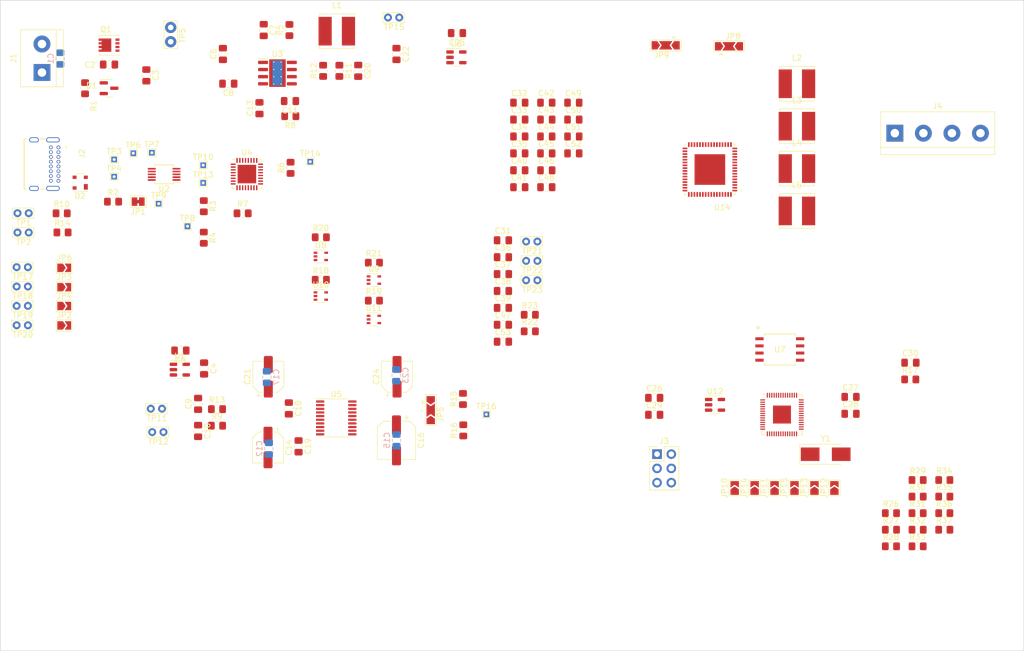
<source format=kicad_pcb>
(kicad_pcb (version 20221018) (generator pcbnew)
  (layers (0 "F.Cu" signal) (31 "B.Cu" signal) (34 "B.Paste" user) (35 "F.Paste" user) (36 "B.SilkS" user "B.Silkscreen") (37 "F.SilkS" user "F.Silkscreen") (38 "B.Mask" user) (39 "F.Mask" user) (44 "Edge.Cuts" user))
  (net 0 "")
  (net 1 "/+5v")
  (net 2 "GND")
  (net 3 "Net-(L2-Pad1)")
  (net 4 "Net-(L3-Pad1)")
  (net 5 "Net-(L4-Pad1)")
  (net 6 "/+3.3v")
  (net 7 "/USBS_N")
  (net 8 "/USBS_P")
  (net 9 "Net-(J1-Pin_2)")
  (net 10 "Net-(D1-A)")
  (net 11 "Net-(U1-VOUT)")
  (net 12 "Net-(U1-BYP)")
  (net 13 "Net-(C7-Pad1)")
  (net 14 "Net-(U3-BST)")
  (net 15 "Net-(U3-SS)")
  (net 16 "Net-(C9-Pad1)")
  (net 17 "Net-(C10-Pad1)")
  (net 18 "Net-(U3-COMP)")
  (net 19 "Net-(C13-Pad1)")
  (net 20 "Net-(U5-LDOO)")
  (net 21 "Net-(U5-CAPP)")
  (net 22 "Net-(U5-CAPM)")
  (net 23 "Net-(U5-VNEG)")
  (net 24 "Net-(U3-FB)")
  (net 25 "Net-(U13-XIN)")
  (net 26 "Net-(C28-Pad1)")
  (net 27 "Net-(U12-VOUT)")
  (net 28 "Net-(U13-VREG_VOUT)")
  (net 29 "Net-(U14-CGD0P)")
  (net 30 "Net-(U14-CGD0N)")
  (net 31 "Net-(U14-CGD1P)")
  (net 32 "Net-(U14-CGD1N)")
  (net 33 "Net-(U14-CFDCP)")
  (net 34 "Net-(U14-CFDCN)")
  (net 35 "Net-(U14-CFGDP)")
  (net 36 "Net-(U14-CFGDN)")
  (net 37 "Net-(U14-VGDC)")
  (net 38 "Net-(U14-CREF)")
  (net 39 "Net-(U14-CF0AP)")
  (net 40 "Net-(U14-CF0AN)")
  (net 42 "Net-(D2-K-Pad4)")
  (net 44 "Net-(J2-DP1)")
  (net 45 "Net-(J2-DN1)")
  (net 49 "/LRCK")
  (net 50 "/BCK")
  (net 51 "/MCK")
  (net 52 "/D")
  (net 53 "Net-(U14-CF0BP)")
  (net 54 "Net-(L5-Pad1)")
  (net 55 "Net-(U2-HSD0_P)")
  (net 56 "Net-(U2-HSD0_M)")
  (net 57 "Net-(U14-CF0BN)")
  (net 58 "Net-(U14-CF1AP)")
  (net 59 "Net-(U14-CF1AN)")
  (net 60 "Net-(U14-CF1BP)")
  (net 61 "/+12v")
  (net 62 "Net-(U14-CF1BN)")
  (net 63 "Net-(U14-CMSE)")
  (net 64 "Net-(JP2-B)")
  (net 65 "Net-(JP3-B)")
  (net 66 "Net-(JP4-B)")
  (net 67 "/USB_SEL")
  (net 68 "/USB_DET")
  (net 69 "Net-(U14-CDC)")
  (net 70 "Net-(J4-Pin_1)")
  (net 71 "Net-(J4-Pin_4)")
  (net 72 "Net-(J4-Pin_3)")
  (net 74 "Net-(J3-Pin_5)")
  (net 75 "Net-(J3-Pin_6)")
  (net 76 "Net-(JP6-B)")
  (net 77 "Net-(JP8-C)")
  (net 78 "Net-(JP9-C)")
  (net 79 "Net-(JP11-B)")
  (net 80 "Net-(JP12-B)")
  (net 81 "Net-(U3-SW)")
  (net 82 "Net-(U4-VBUS)")
  (net 83 "Net-(U5-OUTR)")
  (net 84 "Net-(U5-OUTL)")
  (net 85 "Net-(U5-XSMT)")
  (net 86 "Net-(U13-QSPI_SS)")
  (net 87 "Net-(U13-XOUT)")
  (net 88 "Net-(U13-RUN)")
  (net 89 "Net-(U13-GPIO14)")
  (net 90 "Net-(U13-GPIO15)")
  (net 99 "Net-(JP5-C)")
  (net 101 "Net-(J3-Pin_2)")
  (net 104 "Net-(J4-Pin_2)")
  (net 106 "/RX")
  (net 114 "Net-(U13-QSPI_SD1)")
  (net 115 "Net-(U13-QSPI_SD2)")
  (net 116 "Net-(U13-QSPI_SD0)")
  (net 117 "Net-(U13-QSPI_SCLK)")
  (net 118 "/PICO_SCL")
  (net 119 "Net-(JP10-B)")
  (net 120 "/PICO_SDA")
  (net 121 "Net-(JP13-B)")
  (net 122 "/CFGMODE")
  (net 123 "Net-(JP14-B)")
  (net 124 "Net-(U13-QSPI_SD3)")
  (net 125 "/SOUND_RESET")
  (net 126 "Net-(JP15-B)")
  (footprint "Resistor_SMD:R_0805_2012Metric_Pad1.20x1.40mm_HandSolder" (layer "F.Cu") (at 105.7148 73.152)
    (fp_text reference "R21")
    (fp_text value "33R")
  )
  (footprint "Capacitor_SMD:C_0805_2012Metric_Pad1.18x1.45mm_HandSolder" (layer "F.Cu") (at 128.6764 81.204)
    (fp_text reference "C39")
    (fp_text value "100n")
  )
  (footprint "Footprints:GCT_USB4085-GF-A_REVB" (layer "F.Cu") (at 45.212 55.5928 -90)
    (fp_text reference "J2")
    (fp_text value "USB4085-GF-A_REVB")
  )
  (footprint "Connector_PinHeader_2.54mm:PinHeader_2x03_P2.54mm_Vertical" (layer "F.Cu") (at 156.1034 107.2538)
    (fp_text reference "J3")
    (fp_text value "Conn_02x03_Top_Bottom")
  )
  (footprint "Capacitor_SMD:C_0805_2012Metric_Pad1.18x1.45mm_HandSolder" (layer "F.Cu") (at 79.8068 41.2672 180)
    (fp_text reference "C8")
    (fp_text value "100n")
  )
  (footprint "TestPoint:TestPoint_THTPad_1.0x1.0mm_Drill0.5mm" (layer "F.Cu") (at 62.8904 53.6624)
    (fp_text reference "TP6")
    (fp_text value "USB_P")
  )
  (footprint "Capacitor_SMD:C_0805_2012Metric_Pad1.18x1.45mm_HandSolder" (layer "F.Cu") (at 71.2724 88.7984 180)
    (fp_text reference "C5")
    (fp_text value "1u")
  )
  (footprint "Resistor_SMD:R_0805_2012Metric_Pad1.20x1.40mm_HandSolder" (layer "F.Cu") (at 96.6724 38.9812 90)
    (fp_text reference "R12")
    (fp_text value "2.2K 1%")
  )
  (footprint "TestPoint:TestPoint_THTPad_1.0x1.0mm_Drill0.5mm" (layer "F.Cu") (at 125.73 100.1776)
    (fp_text reference "TP16")
    (fp_text value "TestPoint")
  )
  (footprint "Resistor_SMD:R_0805_2012Metric_Pad1.20x1.40mm_HandSolder" (layer "F.Cu") (at 121.5644 97.4344 90)
    (fp_text reference "R15")
    (fp_text value "470R")
  )
  (footprint "Jumper:SolderJumper-2_P1.3mm_Open_TrianglePad1.0x1.5mm" (layer "F.Cu") (at 180.57 113.284 90)
    (fp_text reference "JP15")
    (fp_text value "~")
  )
  (footprint "Jumper:SolderJumper-2_P1.3mm_Open_TrianglePad1.0x1.5mm" (layer "F.Cu") (at 50.5968 77.5208)
    (fp_text reference "JP3")
    (fp_text value "LRCLK")
  )
  (footprint "TestPoint:TestPoint_THTPad_1.0x1.0mm_Drill0.5mm" (layer "F.Cu") (at 72.5424 66.6672)
    (fp_text reference "TP8")
    (fp_text value "TestPoint")
  )
  (footprint "Capacitor_SMD:C_0805_2012Metric_Pad1.18x1.45mm_HandSolder" (layer "F.Cu") (at 136.398 50.678)
    (fp_text reference "C44")
    (fp_text value "10u")
  )
  (footprint "Capacitor_SMD:C_0805_2012Metric_Pad1.18x1.45mm_HandSolder" (layer "F.Cu") (at 136.398 47.668)
    (fp_text reference "C43")
    (fp_text value "10u")
  )
  (footprint "TestPoint:TestPoint_Bridge_Pitch2.0mm_Drill0.7mm" (layer "F.Cu") (at 42.1292 84.2992)
    (fp_text reference "TP20")
    (fp_text value "SCL")
  )
  (footprint "Jumper:SolderJumper-3_P2.0mm_Open_TrianglePad1.0x1.5mm" (layer "F.Cu") (at 168.91 34.6124)
    (fp_text reference "JP8")
    (fp_text value "MUTE")
  )
  (footprint "Jumper:SolderJumper-3_P2.0mm_Open_TrianglePad1.0x1.5mm" (layer "F.Cu") (at 157.6424 34.4401 180)
    (fp_text reference "JP9")
    (fp_text value "ENABLE")
  )
  (footprint "Resistor_SMD:R_0805_2012Metric_Pad1.20x1.40mm_HandSolder" (layer "F.Cu") (at 50.1396 64.3636)
    (fp_text reference "R10")
    (fp_text value "1k5")
  )
  (footprint "Resistor_SMD:R_0805_2012Metric_Pad1.20x1.40mm_HandSolder" (layer "F.Cu") (at 96.266 68.6308)
    (fp_text reference "R20")
    (fp_text value "33R")
  )
  (footprint "Resistor_SMD:R_0805_2012Metric_Pad1.20x1.40mm_HandSolder" (layer "F.Cu") (at 207.2292 114.8184)
    (fp_text reference "R35")
    (fp_text value "1k5")
  )
  (footprint "Jumper:SolderJumper-2_P1.3mm_Open_TrianglePad1.0x1.5mm" (layer "F.Cu") (at 50.5968 84.328)
    (fp_text reference "JP2")
    (fp_text value "MCLK")
  )
  (footprint "Resistor_SMD:R_0805_2012Metric_Pad1.20x1.40mm_HandSolder" (layer "F.Cu") (at 75.438 63.0936 -90)
    (fp_text reference "R3")
    (fp_text value "24k")
  )
  (footprint "TestPoint:TestPoint_THTPad_1.0x1.0mm_Drill0.5mm" (layer "F.Cu") (at 66.1924 53.5608)
    (fp_text reference "TP7")
    (fp_text value "USB_N")
  )
  (footprint "Resistor_SMD:R_0805_2012Metric_Pad1.20x1.40mm_HandSolder" (layer "F.Cu") (at 207.2292 117.7684)
    (fp_text reference "R36")
    (fp_text value "1k5")
  )
  (footprint "Capacitor_SMD:C_0805_2012Metric_Pad1.18x1.45mm_HandSolder" (layer "F.Cu") (at 201.198 90.9668)
    (fp_text reference "C30")
    (fp_text value "100n")
  )
  (footprint "Package_SO:SOIC-8-1EP_3.9x4.9mm_P1.27mm_EP2.95x4.9mm_Mask2.71x3.4mm_ThermalVias" (layer "F.Cu") (at 88.5444 39.3876)
    (fp_text reference "U3")
    (fp_text value "AP64501SP-13")
  )
  (footprint "Capacitor_SMD:C_0805_2012Metric_Pad1.18x1.45mm_HandSolder" (layer "F.Cu") (at 86.106 31.7168 -90)
    (fp_text reference "C7")
    (fp_text value "100n")
  )
  (footprint "TestPoint:TestPoint_THTPad_1.0x1.0mm_Drill0.5mm" (layer "F.Cu") (at 75.3364 58.9456)
    (fp_text reference "TP13")
    (fp_text value "TestPoint")
  )
  (footprint "Inductor_SMD:L_Bourns_SRN6045TA" (layer "F.Cu") (at 181.0004 56.3864)
    (fp_text reference "L4")
    (fp_text value "0.5u")
  )
  (footprint "Resistor_SMD:R_0805_2012Metric_Pad1.20x1.40mm_HandSolder" (layer "F.Cu") (at 207.2292 120.7184)
    (fp_text reference "R37")
    (fp_text value "1k5")
  )
  (footprint "Inductor_SMD:L_Bourns_SRN6045TA" (layer "F.Cu") (at 181.0004 48.8364)
    (fp_text reference "L3")
    (fp_text value "0.5u")
  )
  (footprint "Resistor_SMD:R_0805_2012Metric_Pad1.20x1.40mm_HandSolder" (layer "F.Cu") (at 75.438 68.6992 -90)
    (fp_text reference "R4")
    (fp_text value "47k")
  )
  (footprint "Resistor_SMD:R_0805_2012Metric_Pad1.20x1.40mm_HandSolder" (layer "F.Cu") (at 197.7292 120.7184)
    (fp_text reference "R27")
    (fp_text value "1k5")
  )
  (footprint "Capacitor_SMD:C_0805_2012Metric_Pad1.18x1.45mm_HandSolder" (layer "F.Cu") (at 128.6764 72.174)
    (fp_text reference "C36")
    (fp_text value "1u")
  )
  (footprint "TestPoint:TestPoint_Bridge_Pitch2.54mm_Drill1.0mm" (layer "F.Cu") (at 69.5452 33.7996 90)
    (fp_text reference "TP5")
    (fp_text value "TestPoint")
  )
  (footprint "Resistor_SMD:R_0805_2012Metric_Pad1.20x1.40mm_HandSolder" (layer "F.Cu") (at 96.266 76.2)
    (fp_text reference "R18")
    (fp_text value "33R")
  )
  (footprint "TestPoint:TestPoint_Bridge_Pitch2.0mm_Drill0.7mm" (layer "F.Cu") (at 42.1292 77.3992)
    (fp_text reference "TP18")
    (fp_text value "SCL")
  )
  (footprint "Package_DFN_QFN:QFN-56-1EP_7x7mm_P0.4mm_EP3.2x3.2mm" (layer "F.Cu") (at 178.337 100.1998)
    (fp_text reference "U13" hide)
    (fp_text value "RP2040")
  )
  (footprint "TestPoint:TestPoint_Bridge_Pitch2.0mm_Drill0.7mm" (layer "F.Cu") (at 42.1292 80.8492)
    (fp_text reference "TP19")
    (fp_text value "SCL")
  )
  (footprint "Jumper:SolderJumper-2_P1.3mm_Open_TrianglePad1.0x1.5mm" (layer "F.Cu") (at 50.5968 80.8736)
    (fp_text reference "JP4")
    (fp_text value "SCLK")
  )
  (footprint "Capacitor_SMD:C_0805_2012Metric_Pad1.18x1.45mm_HandSolder" (layer "F.Cu") (at 128.6764 69.164)
    (fp_text reference "C31")
    (fp_text value "100n")
  )
  (footprint "Capacitor_SMD:C_0805_2012Metric_Pad1.18x1.45mm_HandSolder" (layer "F.Cu") (at 128.6764 75.184)
    (fp_text reference "C37")
    (fp_text value "100n")
  )
  (footprint "TestPoint:TestPoint_Bridge_Pitch2.0mm_Drill0.7mm" (layer "F.Cu") (at 42.2816 67.7848)
    (fp_text reference "TP2")
    (fp_text value "SDA")
  )
  (footprint "TestPoint:TestPoint_THTPad_1.0x1.0mm_Drill0.5mm" (layer "F.Cu") (at 59.4868 54.78)
    (fp_text reference "TP3")
    (fp_text value "TestPoint")
  )
  (footprint "TerminalBlock:TerminalBlock_bornier-2_P5.08mm" (layer "F.Cu") (at 46.6344 39.286 90)
    (fp_text reference "J1")
    (fp_text value "24v Input")
  )
  (footprint "Resistor_SMD:R_0805_2012Metric_Pad1.20x1.40mm_HandSolder" (layer "F.Cu") (at 201.168 93.9468)
    (fp_text reference "R17")
    (fp_text value "10k")
  )
  (footprint "Capacitor_SMD:C_0805_2012Metric_Pad1.18x1.45mm_HandSolder" (layer "F.Cu") (at 128.6764 87.224)
    (fp_text reference "C53")
    (fp_text value "100n")
  )
  (footprint "Inductor_SMD:L_Bourns_SRN6045TA" (layer "F.Cu") (at 181.0004 63.9364)
    (fp_text reference "L5")
    (fp_text value "0.5u")
  )
  (footprint "Capacitor_SMD:C_0805_2012Metric_Pad1.18x1.45mm_HandSolder" (layer "F.Cu") (at 155.6004 100.246)
    (fp_text reference "C29")
    (fp_text value "1u")
  )
  (footprint "Capacitor_SMD:C_0805_2012Metric_Pad1.18x1.45mm_HandSolder" (layer "F.Cu") (at 131.588 53.688)
    (fp_text reference "C35")
    (fp_text value "100n")
  )
  (footprint "Capacitor_SMD:C_0805_2012Metric_Pad1.18x1.45mm_HandSolder" (layer "F.Cu") (at 131.588 50.678)
    (fp_text reference "C34")
    (fp_text value "1u")
  )
  (footprint "Package_TO_SOT_SMD:SOT-23-5" (layer "F.Cu") (at 166.4208 98.468)
    (fp_text reference "U12")
    (fp_text value "AP2112K-3.3")
  )
  (footprint "Capacitor_SMD:C_0805_2012Metric_Pad1.18x1.45mm_HandSolder" (layer "F.Cu") (at 136.398 53.688)
    (fp_text reference "C45")
    (fp_text value "10u")
  )
  (footprint "Capacitor_SMD:C_0805_2012Metric_Pad1.18x1.45mm_HandSolder" (layer "F.Cu") (at 141.208 47.668)
    (fp_text reference "C50")
    (fp_text value "1u")
  )
  (footprint "Footprints:QFN50P900X900X90-65N" (layer "F.Cu") (at 165.5064 56.558 180)
    (fp_text reference "U14")
    (fp_text value "MA12040PXUMA1")
  )
  (footprint "Capacitor_SMD:C_0805_2012Metric_Pad1.18x1.45mm_HandSolder" (layer "F.Cu") (at 190.537 97.0598)
    (fp_text reference "C27")
    (fp_text value "22p")
  )
  (footprint "Capacitor_SMD:C_0805_2012Metric_Pad1.18x1.45mm_HandSolder" (layer "F.Cu") (at 131.588 59.708)
    (fp_text reference "C41")
    (fp_text value "1u")
  )
  (footprint "Package_TO_SOT_SMD:SOT-353_SC-70-5" (layer "F.Cu") (at 105.7148 83.2612)
    (fp_text reference "U11")
    (fp_text value "74LVC1G07SE-7")
  )
  (footprint "TestPoint:TestPoint_THTPad_1.0x1.0mm_Drill0.5mm" (layer "F.Cu") (at 94.3864 55.1688)
    (fp_text reference "TP14")
    (fp_text value "TestPoint")
  )
  (footprint "Resistor_SMD:R_0805_2012Metric_Pad1.20x1.40mm_HandSolder" (layer "F.Cu") (at 202.4792 120.7184)
    (fp_text reference "R32")
    (fp_text value "1k5")
  )
  (footprint "Resistor_SMD:R_0805_2012Metric_Pad1.20x1.40mm_HandSolder" (layer "F.Cu") (at 99.568 38.9812 -90)
    (fp_text reference "R11")
    (fp_text value "12K 1%")
  )
  (footprint "Resistor_SMD:R_0805_2012Metric_Pad1.20x1.40mm_HandSolder" (layer "F.Cu") (at 202.4792 111.8684)
    (fp_text reference "R29")
    (fp_text value "1k5")
  )
  (footprint "Capacitor_SMD:C_0805_2012Metric_Pad1.18x1.45mm_HandSolder" (layer "F.Cu") (at 109.728 35.984 -90)
    (fp_text reference "C22")
    (fp_text value "10u")
  )
  (footprint "Capacitor_SMD:C_0805_2012Metric_Pad1.18x1.45mm_HandSolder" (layer "F.Cu") (at 90.5764 99.1108 -90)
    (fp_text reference "C18")
    (fp_text value "2u2")
  )
  (footprint "TestPoint:TestPoint_Bridge_Pitch2.0mm_Drill0.7mm" (layer "F.Cu") (at 132.8064 76.284)
    (fp_text reference "TP23")
    (fp_text value "RP_SDA")
  )
  (footprint "TestPoint:TestPoint_Bridge_Pitch2.0mm_Drill0.7mm" (layer "F.Cu") (at 132.8064 69.384)
    (fp_text reference "TP21")
    (fp_text value "Reset")
  )
  (footprint "Resistor_SMD:R_0805_2012Metric_Pad1.20x1.40mm_HandSolder" (layer "F.Cu") (at 133.4564 85.384)
    (fp_text reference "R22")
    (fp_text value "1k")
  )
  (footprint "Resistor_SMD:R_0805_2012Metric_Pad1.20x1.40mm_HandSolder" (layer "F.Cu") (at 202.4792 114.8184)
    (fp_text reference "R30")
    (fp_text value "1k5")
  )
  (footprint "Capacitor_SMD:CP_Elec_5x5.8" (layer "F.Cu") (at 86.9188 93.472 90)
    (fp_text reference "C21")
    (fp_text value "10u")
  )
  (footprint "Capacitor_SMD:C_0805_2012Metric_Pad1.18x1.45mm_HandSolder" (layer "F.Cu") (at 131.588 47.668)
    (fp_text reference "C33")
    (fp_text value "1u")
  )
  (footprint "Package_SO:MSOP-10_3x3mm_P0.5mm" (layer "F.Cu") (at 68.3768 57.4216 180)
    (fp_text reference "U2")
    (fp_text value "FSUSB42MUX")
  )
  (footprint "Jumper:SolderJumper-2_P1.3mm_Open_TrianglePad1.0x1.5mm" (layer "F.Cu") (at 169.92 113.284 90)
    (fp_text reference "JP10")
    (fp_text value "~")
  )
  (footprint "Capacitor_SMD:C_0805_2012Metric_Pad1.18x1.45mm_HandSolder" (layer "F.Cu") (at 120.4976 32.258 180)
    (fp_text reference "C25")
    (fp_text value "1u")
  )
  (footprint "Capacitor_SMD:C_0805_2012Metric_Pad1.18x1.45mm_HandSolder" (layer "F.Cu") (at 136.398 59.708)
    (fp_text reference "C48")
    (fp_text value "1u")
  )
  (footprint "Capacitor_SMD:C_0805_2012Metric_Pad1.18x1.45mm_HandSolder" (layer "F.Cu") (at 141.208 44.658)
    (fp_text reference "C49")
    (fp_text value "1u")
  )
  (footprint "Capacitor_SMD:C_0805_2012Metric_Pad1.18x1.45mm_HandSolder" (layer "F.Cu") (at 74.422 103.124 -90)
    (fp_text reference "C10")
    (fp_text value "2n2")
  )
  (footprint "Resistor_SMD:R_0805_2012Metric_Pad1.20x1.40mm_HandSolder" (layer "F.Cu") (at 207.2292 111.8684)
    (fp_text reference "R34")
    (fp_text value "1k5")
  )
  (footprint "Capacitor_SMD:C_0805_2012Metric_Pad1.18x1.45mm_HandSolder" (layer "F.Cu") (at 128.6764 78.194)
    (fp_text reference "C38")
    (fp_text value "100n")
  )
  (footprint "Capacitor_SMD:C_0805_2012Metric_Pad1.18x1.45mm_HandSolder" (layer "F.Cu") (at 131.588 56.698)
    (fp_text reference "C40")
    (fp_text value "1u")
  )
  (footprint "Capacitor_SMD:C_0805_2012Metric_Pad1.18x1.45mm_HandSolder" (layer "F.Cu") (at 78.8416 35.984 90)
    (fp_text reference "C6")
    (fp_text value "10u 35v")
  )
  (footprint "TestPoint:TestPoint_Bridge_Pitch2.0mm_Drill0.7mm" (layer "F.Cu") (at 108.22 29.4816)
    (fp_text reference "TP15")
    (fp_text value "TestPoint")
  )
  (footprint "Package_DFN_QFN:QFN-32-1EP_5x5mm_P0.5mm_EP3.3x3.3mm" (layer "F.Cu") (at 83.1088 57.3708)
    (fp_text reference "U4")
    (fp_text value "CP2615-xx-xM")
  )
  (footprint "Capacitor_SMD:C_0805_2012Metric_Pad1.18x1.45mm_HandSolder" (layer "F.Cu") (at 74.422 98.298 90)
    (fp_text reference "C9")
    (fp_text value "2n2")
  )
  (footprint "TestPoint:TestPoint_Bridge_Pitch2.0mm_Drill0.7mm" (layer "F.Cu") (at 42.1292 73.9492)
    (fp_text reference "TP17")
    (fp_text value "SCL")
  )
  (footprint "Package_TO_SOT_SMD:SOT-23-5" (layer "F.Cu") (at 120.396 36.576)
    (fp_text reference "U6")
    (fp_text value "AP2112K-3.3")
  )
  (footprint "Inductor_SMD:L_Bourns_SRN6045TA" (layer "F.Cu") (at 181.0004 41.2864)
    (fp_text reference "L2")
    (fp_text value "0.5u")
  )
  (footprint "Capacitor_SMD:C_0805_2012Metric_Pad1.18x1.45mm_HandSolder" (layer "F.Cu") (at 136.398 44.658)
    (fp_text reference "C42")
    (fp_text value "10u")
  )
  (footprint "Capacitor_SMD:C_0805_2012Metric_Pad1.18x1.45mm_HandSolder" (layer "F.Cu") (at 131.588 44.658)
    (fp_text reference "C32")
    (fp_text value "1u")
  )
  (footprint "Jumper:SolderJumper-2_P1.3mm_Open_TrianglePad1.0x1.5mm" (layer "F.Cu") (at 50.5968 74.0664)
    (fp_text reference "JP6")
    (fp_text value "D")
  )
  (footprint "Resistor_SMD:R_0805_2012Metric_Pad1.20x1.40mm_HandSolder" (layer "F.Cu") (at 59.2836 62.2808)
    (fp_text reference "R2")
    (fp_text value "1k5")
  )
  (footprint "Jumper:SolderJumper-2_P1.3mm_Open_TrianglePad1.0x1.5mm" (layer "F.Cu") (at 177.02 113.284 90)
    (fp_text reference "JP11")
    (fp_text value "~")
  )
  (footprint "Jumper:SolderJumper-2_P1.3mm_Open_TrianglePad1.0x1.5mm" (layer "F.Cu") (at 184.12 113.284 90)
    (fp_text reference "JP13")
    (fp_text value "~")
  )
  (footprint "Capacitor_SMD:CP_Elec_5x5.8" (layer "F.Cu") (at 109.8296 93.472 90)
    (fp_text reference "C24")
    (fp_text value "10u")
  )
  (footprint "Resistor_SMD:R_0805_2012Metric_Pad1.20x1.40mm_HandSolder" (layer "F.Cu") (at 90.8304 47.0584 180)
    (fp_text reference "R8")
    (fp_text value "20K 1%")
  )
  (footprint "Jumper:SolderJumper-2_P1.3mm_Bridged_Pad1.0x1.5mm" (layer "F.Cu") (at 63.754 62.2808 180)
    (fp_text reference "JP1")
    (fp_text value "USB-VBUS")
  )
  (footprint "Package_SO:TSSOP-20_4.4x6.5mm_P0.65mm" (layer "F.Cu") (at 99.0092 100.8048)
    (fp_text reference "U5")
    (fp_text value "PCM5101A")
  )
  (footprint "Package_TO_SOT_SMD:TSOT-23-5" (layer "F.Cu") (at 71.1708 92.202)
    (fp_text reference "U1")
    (fp_text value "LT1761-3.3")
  )
  (footprint "Package_TO_SOT_SMD:SOT-23" (layer "F.Cu") (at 58.5724 42.08)
    (fp_text reference "D1")
    (fp_text value "MMBZ5242BLT3G")
  )
  (footprint "Jumper:SolderJumper-2_P1.3mm_Open_TrianglePad1.0x1.5mm" (layer "F.Cu") (at 173.47 113.284 90)
    (fp_text reference "JP14")
    (fp_text value "~")
  )
  (footprint "TerminalBlock:TerminalBlock_bornier-4_P5.08mm" (layer "F.Cu") (at 198.4248 50.0872)
    (fp_text reference "J4")
    (fp_text value "Screw_Terminal_01x04")
  )
  (footprint "Resistor_SMD:R_0805_2012Metric_Pad1.20x1.40mm_HandSolder" (layer "F.Cu") (at 77.7876 102.1876)
    (fp_text reference "R9")
    (fp_text value "470R")
  )
  (footprint "Capacitor_SMD:CP_Elec_5x5.8" (layer "F.Cu") (at 86.868 106.0704 -90)
    (fp_text reference "C14")
    (fp_text value "10u")
  )
  (footprint "TestPoint:TestPoint_THTPad_1.0x1.0mm_Drill0.5mm" (layer "F.Cu") (at 75.3364 55.796)
    (fp_text reference "TP10")
    (fp_text value "TestPoint")
  )
  (footprint "TestPoint:TestPoint_Bridge_Pitch2.0mm_Drill0.7mm" (layer "F.Cu") (at 42.2816 64.3348)
    (fp_text reference "TP1")
    (fp_text value "SCL")
  )
  (footprint "Capacitor_SMD:C_0805_2012Metric_Pad1.18x1.45mm_HandSolder" (layer "F.Cu") (at 190.537 100.0698)
    (fp_text reference "C28")
    (fp_text value "22p")
  )
  (footprint "Resistor_SMD:R_0805_2012Metric_Pad1.20x1.40mm_HandSolder" (layer "F.Cu") (at 197.7292 123.6684)
    (fp_text reference "R28")
    (fp_text value "1k5")
  )
  (footprint "Capacitor_SMD:C_0805_2012Metric_Pad1.18x1.45mm_HandSolder" (layer "F.Cu") (at 58.5724 37.8636 180)
    (fp_text reference "C2")
    (fp_text value "100n")
  )
  (footprint "Capacitor_SMD:C_0805_2012Metric_Pad1.18x1.45mm_HandSolder" (layer "F.Cu") (at 128.6764 84.214)
    (fp_text reference "C47")
    (fp_text value "100n")
  )
  (footprint "Inductor_SMD:L_Bourns_SRN6045TA" (layer "F.Cu") (at 99.1108 31.92)
    (fp_text reference "L1")
    (fp_text value "SRN6045TA-3R3Y")
  )
  (footprint "Resistor_SMD:R_0805_2012Metric_Pad1.20x1.40mm_HandSolder" (layer "F.Cu") (at 133.4564 82.434)
    (fp_text reference "R23")
    (fp_text value "10k")
  )
  (footprint "Resistor_SMD:R_0805_2012Metric_Pad1.20x1.40mm_HandSolder" (layer "F.Cu") (at 202.4792 123.6684)
    (fp_text reference "R33")
    (fp_text value "1k5")
  )
  (footprint "Resistor_SMD:R_0805_2012Metric_Pad1.20x1.40mm_HandSolder" (layer "F.Cu") (at 121.6152 103.0224 90)
    (fp_text reference "R16")
    (fp_text value "470R")
  )
  (footprint "Capacitor_SMD:C_0805_2012Metric_Pad1.18x1.45mm_HandSolder" (layer "F.Cu") (at 141.208 53.688)
    (fp_text reference "C52")
    (fp_text value "1u")
  )
  (footprint "Capacitor_SMD:C_0805_2012Metric_Pad1.18x1.45mm_HandSolder" (layer "F.Cu") (at 141.208 50.678)
    (fp_text reference "C51")
    (fp_text value "1u")
  )
  (footprint "Crystal:Crystal_SMD_Abracon_ABM3-2Pin_5.0x3.2mm_HandSoldering" (layer "F.Cu") (at 186.117 107.2698)
    (fp_text reference "Y1")
    (fp_text value "12Mhz")
  )
  (footprint "Jumper:SolderJumper-3_P2.0mm_Open_TrianglePad1.0x1.5mm" (layer "F.Cu") (at 115.824 99.4156 -90)
    (fp_text reference "JP5")
    (fp_text value "FMT")
  )
  (footprint "Resistor_SMD:R_0805_2012Metric_Pad1.20x1.40mm_HandSolder" (layer "F.Cu") (at 90.8812 56.2532 90)
    (fp_text reference "R6")
    (fp_text value "4k7")
  )
  (footprint "Capacitor_SMD:C_0805_2012Metric_Pad1.18x1.45mm_HandSolder" (layer "F.Cu") (at 85.344 45.636 90)
    (fp_text reference "C13")
    (fp_text value "1.2nF")
  )
  (footprint "Resistor_SMD:R_0805_2012Metric_Pad1.20x1.40mm_HandSolder" (layer "F.Cu") (at 50.292 67.7672)
    (fp_text reference "R14")
    (fp_text value "1k5")
  )
  (footprint "Capacitor_SMD:C_0805_2012Metric_Pad1.18x1.45mm_HandSolder" (layer "F.Cu") (at 155.6004 97.236)
    (fp_text reference "C26")
    (fp_text value "1u")
  )
  (footprint "Package_TO_SOT_SMD:SOT-353_SC-70-5" (layer "F.Cu") (at 96.266 72.0344)
    (fp_text reference "U8")
    (fp_text value "74LVC1G07SE-7")
  )
  (footprint "TestPoint:TestPoint_Bridge_Pitch2.0mm_Drill0.7mm" (layer "F.Cu") (at 66.0052 99.1616)
    (fp_text reference "TP11")
    (fp_text value "L-Out")
  )
  (footprint "TestPoint:TestPoint_Bridge_Pitch2.0mm_Drill0.7mm" (layer "F.Cu") (at 66.2592 103.3272)
    (fp_text reference "TP12")
    (fp_text value "R-Out")
  )
  (footprint "Capacitor_SMD:C_0805_2012Metric_Pad1.18x1.45mm_HandSolder" (layer "F.Cu") (at 92.3036 105.8672 -90)
    (fp_text reference "C19")
    (fp_text value "2u2")
  )
  (footprint "Resistor_SMD:R_0805_2012Metric_Pad1.20x1.40mm_HandSolder" (layer "F.Cu") (at 90.678 31.7168 90)
    (fp_text reference "R5")
    (fp_text value "10R")
  )
  (footprint "Resistor_SMD:R_0805_2012Metric_Pad1.20x1.40mm_HandSolder" (layer "F.Cu") (at 77.7876 99.2376)
    (fp_text reference "R13")
    (fp_text value "470R")
  )
  (footprint "Resistor_SMD:R_0805_2012Metric_Pad1.20x1.40mm_HandSolder" (layer "F.Cu") (at 82.3468 64.3636)
    (fp_text reference "R7")
    (fp_text value "4k7")
  )
  (footprint "Capacitor_SMD:C_0805_2012Metric_Pad1.18x1.45mm_HandSolder" (layer "F.Cu") (at 90.7796 44.366 180)
    (fp_text reference "C11")
    (fp_text value "220p")
  )
  (footprint "Resistor_SMD:R_0805_2012Metric_Pad1.20x1.40mm_HandSolder" (layer "F.Cu") (at 197.7292 117.7684)
    (fp_text reference "R26")
    (fp_text value "1k5")
  )
  (footprint "Resistor_SMD:R_0805_2012Metric_Pad1.20x1.40mm_HandSolder" (layer "F.Cu") (at 54.3052 42.08 -90)
    (fp_text reference "R1")
    (fp_text value "12K 1%")
  )
  (footprint "Resistor_SMD:R_0805_2012Metric_Pad1.20x1.40mm_HandSolder" (layer "F.Cu") (at 202.4792 117.7684)
    (fp_text reference "R31")
    (fp_text value "1k5")
  )
  (footprint "Footprints:SOIC8_208MIL_CYP" (layer "F.Cu") (at 177.9524 88.6128)
    (fp_text reference "U7")
    (fp_text value "S25FL064LABMFI010")
  )
  (footprint "TestPoint:TestPoint_Bridge_Pitch2.0mm_Drill0.7mm" (layer "F.Cu") (at 132.8064 72.834)
    (fp_text reference "TP22")
    (fp_text value "RP_SCL")
  )
  (footprint "TestPoint:TestPoint_THTPad_1.0x1.0mm_Drill0.5mm" (layer "F.Cu") (at 59.4868 57.83)
    (fp_text reference "TP4")
    (fp_text value "TestPoint")
  )
  (footprint "Jumper:SolderJumper-2_P1.3mm_Open_TrianglePad1.0x1.5mm" (layer "F.Cu") (at 187.67 113.284 90)
    (fp_text reference "JP12")
    (fp_text value "~")
  )
  (footprint "Package_TO_SOT_SMD:SOT-353_SC-70-5" (layer "F.Cu") (at 105.7148 76.2508)
    (fp_text reference "U9")
    (fp_text value "74LVC1G07SE-7")
  )
  (footprint "Capacitor_SMD:C_0805_2012Metric_Pad1.18x1.45mm_HandSolder" (layer "F.Cu") (at 65.2152 39.794 -90)
    (fp_text reference "C3")
    (fp_text value "10u 35v")
  )
  (footprint "Package_TO_SOT_SMD:SOT-143" (layer "F.Cu") (at 53.4416 58.8948 180)
    (fp_text reference "D2")
    (fp_text value "SP0503BAHT")
  )
  (footprint "Package_SON:Diodes_PowerDI3333-8" (layer "F.Cu") (at 58.5724 34.4092 180)
    (fp_text reference "Q1")
    (fp_text value "DMP3013SFV-7")
  )
  (footprint "TestPoint:TestPoint_THTPad_1.0x1.0mm_Drill0.5mm" (layer "F.Cu") (at 67.4116 62.6364)
    (fp_text reference "TP9")
    (fp_text value "TestPoint")
  )
  (footprint "Capacitor_SMD:C_0805_2012Metric_Pad1.18x1.45mm_HandSolder" (layer "F.Cu") (at 136.398 56.698)
    (fp_text reference "C46")
    (fp_text value "1u")
  )
  (footprint "Capacitor_SMD:C_0805_2012Metric_Pad1.18x1.45mm_HandSolder" (layer "F.Cu") (at 75.4888 91.9988 -90)
    (fp_text reference "C4")
    (fp_text value "10n")
  )
  (footprint "Capacitor_SMD:CP_Elec_6.3x3.9" (layer "F.Cu") (at 109.728 104.8004 -90)
    (fp_text reference "C16")
    (fp_text value "10u")
  )
  (footprint "Resistor_SMD:R_0805_2012Metric_Pad1.20x1.40mm_HandSolder" (layer "F.Cu") (at 105.7148 79.9084)
    (fp_text reference "R19")
    (fp_text value "33R")
  )
  (footprint "Package_TO_SOT_SMD:SOT-353_SC-70-5" (layer "F.Cu") (at 96.266 79.0956)
    (fp_text reference "U10")
    (fp_text value "74LVC1G07SE-7")
  )
  (footprint "Capacitor_SMD:C_0805_2012Metric_Pad1.18x1.45mm_HandSolder" (layer "F.Cu") (at 102.9208 38.9812 -90)
    (fp_text reference "C20")
    (fp_text value "220p")
  )
  (footprint "Capacitor_SMD:C_0805_2012Metric_Pad1.18x1.45mm_HandSolder" (layer "B.Cu") (at 49.8856 36.7968 -90)
    (fp_text reference "C1")
    (fp_text value "100n")
  )
  (footprint "Capacitor_SMD:C_0805_2012Metric_Pad1.18x1.45mm_HandSolder" (layer "B.Cu") (at 109.6772 93.218 90)
    (fp_text reference "C23")
    (fp_text value "100n")
  )
  (footprint "Capacitor_SMD:C_0805_2012Metric_Pad1.18x1.45mm_HandSolder" (layer "B.Cu") (at 109.728 104.8004 -90)
    (fp_text reference "C15")
    (fp_text value "100n")
  )
  (footprint "Capacitor_SMD:C_0805_2012Metric_Pad1.18x1.45mm_HandSolder" (layer "B.Cu") (at 87.0204 106.2736 -90)
    (fp_text reference "C12")
    (fp_text value "100n")
  )
  (footprint "Capacitor_SMD:C_0805_2012Metric_Pad1.18x1.45mm_HandSolder" (layer "B.Cu") (at 86.6648 93.5228 90)
    (fp_text reference "C17")
    (fp_text value "100n")
  )
  (gr_rect (start 39.2176 26.416) (end 221.3864 142.2908) (stroke (width 0.1)) (fill none) (layer "Edge.Cuts"))
)
</source>
